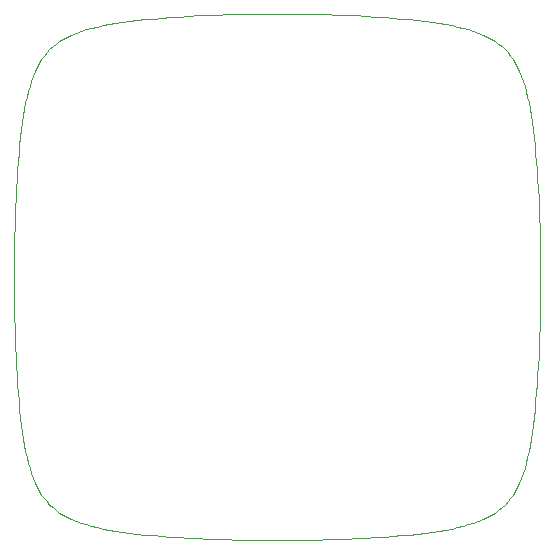
<source format=gbr>
%TF.GenerationSoftware,KiCad,Pcbnew,(6.0.7)*%
%TF.CreationDate,2022-09-18T23:27:57+03:00*%
%TF.ProjectId,groundPatch,67726f75-6e64-4506-9174-63682e6b6963,rev?*%
%TF.SameCoordinates,Original*%
%TF.FileFunction,Profile,NP*%
%FSLAX46Y46*%
G04 Gerber Fmt 4.6, Leading zero omitted, Abs format (unit mm)*
G04 Created by KiCad (PCBNEW (6.0.7)) date 2022-09-18 23:27:57*
%MOMM*%
%LPD*%
G01*
G04 APERTURE LIST*
%ADD10C,0.100000*%
G04 APERTURE END LIST*
D10*
X130933300Y-89300000D02*
X131013999Y-88689518D01*
X131100343Y-88107571D01*
X131193096Y-87553395D01*
X131293019Y-87026228D01*
X131400877Y-86525307D01*
X131517431Y-86049868D01*
X131643445Y-85599148D01*
X131779682Y-85172385D01*
X131926905Y-84768816D01*
X132085877Y-84387678D01*
X132257361Y-84028207D01*
X132442120Y-83689640D01*
X132640916Y-83371216D01*
X132854513Y-83072170D01*
X133083674Y-82791740D01*
X133329162Y-82529162D01*
X133591740Y-82283674D01*
X133872170Y-82054513D01*
X134171216Y-81840916D01*
X134489640Y-81642120D01*
X134828207Y-81457361D01*
X135187678Y-81285877D01*
X135568816Y-81126905D01*
X135972385Y-80979682D01*
X136399148Y-80843445D01*
X136849868Y-80717431D01*
X137325307Y-80600877D01*
X137826228Y-80493019D01*
X138353395Y-80393096D01*
X138907571Y-80300343D01*
X139489518Y-80213999D01*
X140100000Y-80133300D01*
X130933300Y-114300000D02*
X130857619Y-113660656D01*
X130786821Y-112993847D01*
X130720906Y-112301403D01*
X130659873Y-111585155D01*
X130603723Y-110846935D01*
X130552455Y-110088573D01*
X130506070Y-109311900D01*
X130464568Y-108518749D01*
X130427949Y-107710948D01*
X130396212Y-106890331D01*
X130369357Y-106058727D01*
X130347385Y-105217968D01*
X130330296Y-104369884D01*
X130318090Y-103516308D01*
X130310766Y-102659069D01*
X130308325Y-101800000D01*
X130310766Y-100940930D01*
X130318090Y-100083691D01*
X130330296Y-99230115D01*
X130347385Y-98382031D01*
X130369357Y-97541272D01*
X130396212Y-96709668D01*
X130427949Y-95889051D01*
X130464568Y-95081250D01*
X130506070Y-94288099D01*
X130552455Y-93511426D01*
X130603723Y-92753064D01*
X130659873Y-92014844D01*
X130720906Y-91298596D01*
X130786821Y-90606152D01*
X130857619Y-89939343D01*
X130933300Y-89300000D01*
X140100000Y-123466700D02*
X139489518Y-123386000D01*
X138907571Y-123299656D01*
X138353395Y-123206903D01*
X137826228Y-123106980D01*
X137325307Y-122999122D01*
X136849868Y-122882568D01*
X136399148Y-122756554D01*
X135972385Y-122620317D01*
X135568816Y-122473094D01*
X135187678Y-122314122D01*
X134828207Y-122142638D01*
X134489640Y-121957879D01*
X134171216Y-121759083D01*
X133872170Y-121545486D01*
X133591740Y-121316325D01*
X133329162Y-121070837D01*
X133083674Y-120808259D01*
X132854513Y-120527829D01*
X132640916Y-120228783D01*
X132442120Y-119910359D01*
X132257361Y-119571792D01*
X132085877Y-119212321D01*
X131926905Y-118831183D01*
X131779682Y-118427614D01*
X131643445Y-118000851D01*
X131517431Y-117550131D01*
X131400877Y-117074692D01*
X131293019Y-116573771D01*
X131193096Y-116046604D01*
X131100343Y-115492428D01*
X131013999Y-114910481D01*
X130933300Y-114300000D01*
X165100000Y-123466700D02*
X164460656Y-123542380D01*
X163793847Y-123613178D01*
X163101403Y-123679093D01*
X162385155Y-123740126D01*
X161646935Y-123796276D01*
X160888573Y-123847544D01*
X160111900Y-123893929D01*
X159318749Y-123935431D01*
X158510948Y-123972050D01*
X157690331Y-124003787D01*
X156858727Y-124030642D01*
X156017968Y-124052614D01*
X155169884Y-124069703D01*
X154316308Y-124081909D01*
X153459069Y-124089233D01*
X152600000Y-124091675D01*
X151740930Y-124089233D01*
X150883691Y-124081909D01*
X150030115Y-124069703D01*
X149182031Y-124052614D01*
X148341272Y-124030642D01*
X147509668Y-124003787D01*
X146689051Y-123972050D01*
X145881250Y-123935431D01*
X145088099Y-123893929D01*
X144311426Y-123847544D01*
X143553064Y-123796276D01*
X142814844Y-123740126D01*
X142098596Y-123679093D01*
X141406152Y-123613178D01*
X140739343Y-123542380D01*
X140100000Y-123466700D01*
X174266700Y-114300000D02*
X174186000Y-114910481D01*
X174099656Y-115492428D01*
X174006903Y-116046604D01*
X173906980Y-116573771D01*
X173799122Y-117074692D01*
X173682568Y-117550131D01*
X173556554Y-118000851D01*
X173420317Y-118427614D01*
X173273094Y-118831183D01*
X173114122Y-119212321D01*
X172942638Y-119571792D01*
X172757879Y-119910359D01*
X172559083Y-120228783D01*
X172345486Y-120527829D01*
X172116325Y-120808259D01*
X171870837Y-121070837D01*
X171608259Y-121316325D01*
X171327829Y-121545486D01*
X171028783Y-121759083D01*
X170710359Y-121957879D01*
X170371792Y-122142638D01*
X170012321Y-122314122D01*
X169631183Y-122473094D01*
X169227614Y-122620317D01*
X168800851Y-122756554D01*
X168350131Y-122882568D01*
X167874692Y-122999122D01*
X167373771Y-123106980D01*
X166846604Y-123206903D01*
X166292428Y-123299656D01*
X165710481Y-123386000D01*
X165100000Y-123466700D01*
X174266700Y-89300000D02*
X174342380Y-89939343D01*
X174413178Y-90606152D01*
X174479093Y-91298596D01*
X174540126Y-92014844D01*
X174596276Y-92753064D01*
X174647544Y-93511426D01*
X174693929Y-94288099D01*
X174735431Y-95081250D01*
X174772050Y-95889051D01*
X174803787Y-96709668D01*
X174830642Y-97541272D01*
X174852614Y-98382031D01*
X174869703Y-99230115D01*
X174881909Y-100083691D01*
X174889233Y-100940930D01*
X174891675Y-101800000D01*
X174889233Y-102659069D01*
X174881909Y-103516308D01*
X174869703Y-104369884D01*
X174852614Y-105217968D01*
X174830642Y-106058727D01*
X174803787Y-106890331D01*
X174772050Y-107710948D01*
X174735431Y-108518749D01*
X174693929Y-109311900D01*
X174647544Y-110088573D01*
X174596276Y-110846935D01*
X174540126Y-111585155D01*
X174479093Y-112301403D01*
X174413178Y-112993847D01*
X174342380Y-113660656D01*
X174266700Y-114300000D01*
X165100000Y-80133300D02*
X165710481Y-80213999D01*
X166292428Y-80300343D01*
X166846604Y-80393096D01*
X167373771Y-80493019D01*
X167874692Y-80600877D01*
X168350131Y-80717431D01*
X168800851Y-80843445D01*
X169227614Y-80979682D01*
X169631183Y-81126905D01*
X170012321Y-81285877D01*
X170371792Y-81457361D01*
X170710359Y-81642120D01*
X171028783Y-81840916D01*
X171327829Y-82054513D01*
X171608259Y-82283674D01*
X171870837Y-82529162D01*
X172116325Y-82791740D01*
X172345486Y-83072170D01*
X172559083Y-83371216D01*
X172757879Y-83689640D01*
X172942638Y-84028207D01*
X173114122Y-84387678D01*
X173273094Y-84768816D01*
X173420317Y-85172385D01*
X173556554Y-85599148D01*
X173682568Y-86049868D01*
X173799122Y-86525307D01*
X173906980Y-87026228D01*
X174006903Y-87553395D01*
X174099656Y-88107571D01*
X174186000Y-88689518D01*
X174266700Y-89300000D01*
X140100000Y-80133300D02*
X140739343Y-80057619D01*
X141406152Y-79986821D01*
X142098596Y-79920906D01*
X142814844Y-79859873D01*
X143553064Y-79803723D01*
X144311426Y-79752455D01*
X145088099Y-79706070D01*
X145881250Y-79664568D01*
X146689051Y-79627949D01*
X147509668Y-79596212D01*
X148341272Y-79569357D01*
X149182031Y-79547385D01*
X150030115Y-79530296D01*
X150883691Y-79518090D01*
X151740930Y-79510766D01*
X152600000Y-79508325D01*
X153459069Y-79510766D01*
X154316308Y-79518090D01*
X155169884Y-79530296D01*
X156017968Y-79547385D01*
X156858727Y-79569357D01*
X157690331Y-79596212D01*
X158510948Y-79627949D01*
X159318749Y-79664568D01*
X160111900Y-79706070D01*
X160888573Y-79752455D01*
X161646935Y-79803723D01*
X162385155Y-79859873D01*
X163101403Y-79920906D01*
X163793847Y-79986821D01*
X164460656Y-80057619D01*
X165100000Y-80133300D01*
M02*

</source>
